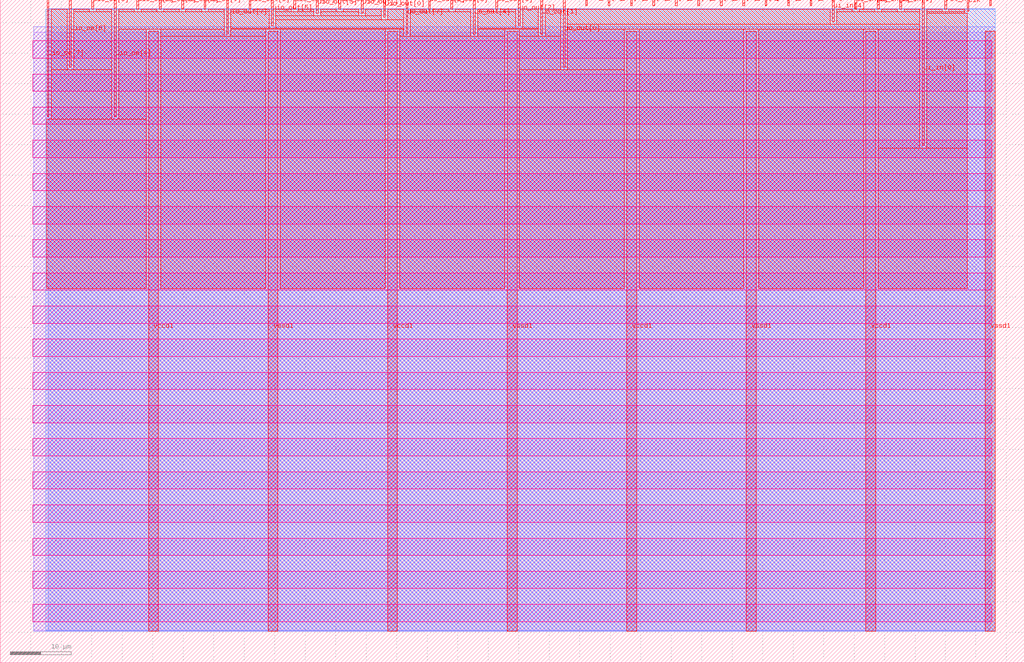
<source format=lef>
VERSION 5.7 ;
  NOWIREEXTENSIONATPIN ON ;
  DIVIDERCHAR "/" ;
  BUSBITCHARS "[]" ;
MACRO tt_um_algofoogle_solo_squash
  CLASS BLOCK ;
  FOREIGN tt_um_algofoogle_solo_squash ;
  ORIGIN 0.000 0.000 ;
  SIZE 167.900 BY 108.800 ;
  PIN clk
    DIRECTION INPUT ;
    USE SIGNAL ;
    PORT
      LAYER met4 ;
        RECT 158.550 106.950 158.850 108.800 ;
    END
  END clk
  PIN ena
    DIRECTION INPUT ;
    USE SIGNAL ;
    PORT
      LAYER met4 ;
        RECT 162.230 107.800 162.530 108.800 ;
    END
  END ena
  PIN rst_n
    DIRECTION INPUT ;
    USE SIGNAL ;
    PORT
      LAYER met4 ;
        RECT 154.870 107.260 155.170 108.800 ;
    END
  END rst_n
  PIN ui_in[0]
    DIRECTION INPUT ;
    USE SIGNAL ;
    PORT
      LAYER met4 ;
        RECT 151.190 84.820 151.490 108.800 ;
    END
  END ui_in[0]
  PIN ui_in[1]
    DIRECTION INPUT ;
    USE SIGNAL ;
    PORT
      LAYER met4 ;
        RECT 147.510 107.260 147.810 108.800 ;
    END
  END ui_in[1]
  PIN ui_in[2]
    DIRECTION INPUT ;
    USE SIGNAL ;
    PORT
      LAYER met4 ;
        RECT 143.830 107.260 144.130 108.800 ;
    END
  END ui_in[2]
  PIN ui_in[3]
    DIRECTION INPUT ;
    USE SIGNAL ;
    PORT
      LAYER met4 ;
        RECT 140.150 107.260 140.450 108.800 ;
    END
  END ui_in[3]
  PIN ui_in[4]
    DIRECTION INPUT ;
    USE SIGNAL ;
    PORT
      LAYER met4 ;
        RECT 136.470 105.220 136.770 108.800 ;
    END
  END ui_in[4]
  PIN ui_in[5]
    DIRECTION INPUT ;
    USE SIGNAL ;
    PORT
      LAYER met4 ;
        RECT 132.790 107.800 133.090 108.800 ;
    END
  END ui_in[5]
  PIN ui_in[6]
    DIRECTION INPUT ;
    USE SIGNAL ;
    PORT
      LAYER met4 ;
        RECT 129.110 107.800 129.410 108.800 ;
    END
  END ui_in[6]
  PIN ui_in[7]
    DIRECTION INPUT ;
    USE SIGNAL ;
    PORT
      LAYER met4 ;
        RECT 125.430 107.800 125.730 108.800 ;
    END
  END ui_in[7]
  PIN uio_in[0]
    DIRECTION INPUT ;
    USE SIGNAL ;
    PORT
      LAYER met4 ;
        RECT 121.750 107.800 122.050 108.800 ;
    END
  END uio_in[0]
  PIN uio_in[1]
    DIRECTION INPUT ;
    USE SIGNAL ;
    PORT
      LAYER met4 ;
        RECT 118.070 107.800 118.370 108.800 ;
    END
  END uio_in[1]
  PIN uio_in[2]
    DIRECTION INPUT ;
    USE SIGNAL ;
    PORT
      LAYER met4 ;
        RECT 114.390 107.800 114.690 108.800 ;
    END
  END uio_in[2]
  PIN uio_in[3]
    DIRECTION INPUT ;
    USE SIGNAL ;
    PORT
      LAYER met4 ;
        RECT 110.710 107.800 111.010 108.800 ;
    END
  END uio_in[3]
  PIN uio_in[4]
    DIRECTION INPUT ;
    USE SIGNAL ;
    PORT
      LAYER met4 ;
        RECT 107.030 107.800 107.330 108.800 ;
    END
  END uio_in[4]
  PIN uio_in[5]
    DIRECTION INPUT ;
    USE SIGNAL ;
    PORT
      LAYER met4 ;
        RECT 103.350 107.800 103.650 108.800 ;
    END
  END uio_in[5]
  PIN uio_in[6]
    DIRECTION INPUT ;
    USE SIGNAL ;
    PORT
      LAYER met4 ;
        RECT 99.670 107.800 99.970 108.800 ;
    END
  END uio_in[6]
  PIN uio_in[7]
    DIRECTION INPUT ;
    USE SIGNAL ;
    PORT
      LAYER met4 ;
        RECT 95.990 107.800 96.290 108.800 ;
    END
  END uio_in[7]
  PIN uio_oe[0]
    DIRECTION OUTPUT TRISTATE ;
    USE SIGNAL ;
    PORT
      LAYER met4 ;
        RECT 33.430 107.260 33.730 108.800 ;
    END
  END uio_oe[0]
  PIN uio_oe[1]
    DIRECTION OUTPUT TRISTATE ;
    USE SIGNAL ;
    PORT
      LAYER met4 ;
        RECT 29.750 107.260 30.050 108.800 ;
    END
  END uio_oe[1]
  PIN uio_oe[2]
    DIRECTION OUTPUT TRISTATE ;
    USE SIGNAL ;
    PORT
      LAYER met4 ;
        RECT 26.070 107.260 26.370 108.800 ;
    END
  END uio_oe[2]
  PIN uio_oe[3]
    DIRECTION OUTPUT TRISTATE ;
    USE SIGNAL ;
    PORT
      LAYER met4 ;
        RECT 22.390 107.260 22.690 108.800 ;
    END
  END uio_oe[3]
  PIN uio_oe[4]
    DIRECTION OUTPUT TRISTATE ;
    USE SIGNAL ;
    PORT
      LAYER met4 ;
        RECT 18.710 89.580 19.010 108.800 ;
    END
  END uio_oe[4]
  PIN uio_oe[5]
    DIRECTION OUTPUT TRISTATE ;
    USE SIGNAL ;
    PORT
      LAYER met4 ;
        RECT 15.030 107.260 15.330 108.800 ;
    END
  END uio_oe[5]
  PIN uio_oe[6]
    DIRECTION OUTPUT TRISTATE ;
    USE SIGNAL ;
    PORT
      LAYER met4 ;
        RECT 11.350 97.740 11.650 108.800 ;
    END
  END uio_oe[6]
  PIN uio_oe[7]
    DIRECTION OUTPUT TRISTATE ;
    USE SIGNAL ;
    PORT
      LAYER met4 ;
        RECT 7.670 89.580 7.970 108.800 ;
    END
  END uio_oe[7]
  PIN uio_out[0]
    DIRECTION OUTPUT TRISTATE ;
    USE SIGNAL ;
    PORT
      LAYER met4 ;
        RECT 62.870 105.900 63.170 108.800 ;
    END
  END uio_out[0]
  PIN uio_out[1]
    DIRECTION OUTPUT TRISTATE ;
    USE SIGNAL ;
    PORT
      LAYER met4 ;
        RECT 59.190 106.580 59.490 108.800 ;
    END
  END uio_out[1]
  PIN uio_out[2]
    DIRECTION OUTPUT TRISTATE ;
    USE SIGNAL ;
    PORT
      LAYER met4 ;
        RECT 55.510 107.260 55.810 108.800 ;
    END
  END uio_out[2]
  PIN uio_out[3]
    DIRECTION OUTPUT TRISTATE ;
    USE SIGNAL ;
    PORT
      LAYER met4 ;
        RECT 51.830 106.580 52.130 108.800 ;
    END
  END uio_out[3]
  PIN uio_out[4]
    DIRECTION OUTPUT TRISTATE ;
    USE SIGNAL ;
    PORT
      LAYER met4 ;
        RECT 48.150 107.260 48.450 108.800 ;
    END
  END uio_out[4]
  PIN uio_out[5]
    DIRECTION OUTPUT TRISTATE ;
    USE SIGNAL ;
    PORT
      LAYER met4 ;
        RECT 44.470 104.540 44.770 108.800 ;
    END
  END uio_out[5]
  PIN uio_out[6]
    DIRECTION OUTPUT TRISTATE ;
    USE SIGNAL ;
    PORT
      LAYER met4 ;
        RECT 40.790 107.260 41.090 108.800 ;
    END
  END uio_out[6]
  PIN uio_out[7]
    DIRECTION OUTPUT TRISTATE ;
    USE SIGNAL ;
    PORT
      LAYER met4 ;
        RECT 37.110 103.180 37.410 108.800 ;
    END
  END uio_out[7]
  PIN uo_out[0]
    DIRECTION OUTPUT TRISTATE ;
    USE SIGNAL ;
    PORT
      LAYER met4 ;
        RECT 92.310 97.740 92.610 108.800 ;
    END
  END uo_out[0]
  PIN uo_out[1]
    DIRECTION OUTPUT TRISTATE ;
    USE SIGNAL ;
    PORT
      LAYER met4 ;
        RECT 88.630 103.180 88.930 108.800 ;
    END
  END uo_out[1]
  PIN uo_out[2]
    DIRECTION OUTPUT TRISTATE ;
    USE SIGNAL ;
    PORT
      LAYER met4 ;
        RECT 84.950 104.540 85.250 108.800 ;
    END
  END uo_out[2]
  PIN uo_out[3]
    DIRECTION OUTPUT TRISTATE ;
    USE SIGNAL ;
    PORT
      LAYER met4 ;
        RECT 81.270 107.260 81.570 108.800 ;
    END
  END uo_out[3]
  PIN uo_out[4]
    DIRECTION OUTPUT TRISTATE ;
    USE SIGNAL ;
    PORT
      LAYER met4 ;
        RECT 77.590 103.180 77.890 108.800 ;
    END
  END uo_out[4]
  PIN uo_out[5]
    DIRECTION OUTPUT TRISTATE ;
    USE SIGNAL ;
    PORT
      LAYER met4 ;
        RECT 73.910 107.260 74.210 108.800 ;
    END
  END uo_out[5]
  PIN uo_out[6]
    DIRECTION OUTPUT TRISTATE ;
    USE SIGNAL ;
    PORT
      LAYER met4 ;
        RECT 70.230 107.260 70.530 108.800 ;
    END
  END uo_out[6]
  PIN uo_out[7]
    DIRECTION OUTPUT TRISTATE ;
    USE SIGNAL ;
    PORT
      LAYER met4 ;
        RECT 66.550 103.180 66.850 108.800 ;
    END
  END uo_out[7]
  PIN vccd1
    DIRECTION INOUT ;
    USE POWER ;
    PORT
      LAYER met4 ;
        RECT 24.325 5.200 25.925 103.600 ;
    END
    PORT
      LAYER met4 ;
        RECT 63.535 5.200 65.135 103.600 ;
    END
    PORT
      LAYER met4 ;
        RECT 102.745 5.200 104.345 103.600 ;
    END
    PORT
      LAYER met4 ;
        RECT 141.955 5.200 143.555 103.600 ;
    END
  END vccd1
  PIN vssd1
    DIRECTION INOUT ;
    USE GROUND ;
    PORT
      LAYER met4 ;
        RECT 43.930 5.200 45.530 103.600 ;
    END
    PORT
      LAYER met4 ;
        RECT 83.140 5.200 84.740 103.600 ;
    END
    PORT
      LAYER met4 ;
        RECT 122.350 5.200 123.950 103.600 ;
    END
    PORT
      LAYER met4 ;
        RECT 161.560 5.200 163.160 103.600 ;
    END
  END vssd1
  OBS
      LAYER nwell ;
        RECT 5.330 99.225 162.570 102.055 ;
        RECT 5.330 93.785 162.570 96.615 ;
        RECT 5.330 88.345 162.570 91.175 ;
        RECT 5.330 82.905 162.570 85.735 ;
        RECT 5.330 77.465 162.570 80.295 ;
        RECT 5.330 72.025 162.570 74.855 ;
        RECT 5.330 66.585 162.570 69.415 ;
        RECT 5.330 61.145 162.570 63.975 ;
        RECT 5.330 55.705 162.570 58.535 ;
        RECT 5.330 50.265 162.570 53.095 ;
        RECT 5.330 44.825 162.570 47.655 ;
        RECT 5.330 39.385 162.570 42.215 ;
        RECT 5.330 33.945 162.570 36.775 ;
        RECT 5.330 28.505 162.570 31.335 ;
        RECT 5.330 23.065 162.570 25.895 ;
        RECT 5.330 17.625 162.570 20.455 ;
        RECT 5.330 12.185 162.570 15.015 ;
        RECT 5.330 6.745 162.570 9.575 ;
      LAYER li1 ;
        RECT 5.520 5.355 162.380 103.445 ;
      LAYER met1 ;
        RECT 5.520 5.200 163.160 104.340 ;
      LAYER met2 ;
        RECT 7.910 5.255 163.130 107.285 ;
      LAYER met3 ;
        RECT 7.430 5.275 163.150 107.265 ;
      LAYER met4 ;
        RECT 8.370 97.340 10.950 107.265 ;
        RECT 12.050 106.860 14.630 107.265 ;
        RECT 15.730 106.860 18.310 107.265 ;
        RECT 12.050 97.340 18.310 106.860 ;
        RECT 8.370 89.180 18.310 97.340 ;
        RECT 19.410 106.860 21.990 107.265 ;
        RECT 23.090 106.860 25.670 107.265 ;
        RECT 26.770 106.860 29.350 107.265 ;
        RECT 30.450 106.860 33.030 107.265 ;
        RECT 34.130 106.860 36.710 107.265 ;
        RECT 19.410 104.000 36.710 106.860 ;
        RECT 19.410 89.180 23.925 104.000 ;
        RECT 7.655 61.375 23.925 89.180 ;
        RECT 26.325 102.780 36.710 104.000 ;
        RECT 37.810 106.860 40.390 107.265 ;
        RECT 41.490 106.860 44.070 107.265 ;
        RECT 37.810 104.140 44.070 106.860 ;
        RECT 45.170 106.860 47.750 107.265 ;
        RECT 48.850 106.860 51.430 107.265 ;
        RECT 45.170 106.180 51.430 106.860 ;
        RECT 52.530 106.860 55.110 107.265 ;
        RECT 56.210 106.860 58.790 107.265 ;
        RECT 52.530 106.180 58.790 106.860 ;
        RECT 59.890 106.180 62.470 107.265 ;
        RECT 45.170 105.500 62.470 106.180 ;
        RECT 63.570 105.500 66.150 107.265 ;
        RECT 45.170 104.140 66.150 105.500 ;
        RECT 37.810 104.000 66.150 104.140 ;
        RECT 37.810 102.780 43.530 104.000 ;
        RECT 26.325 61.375 43.530 102.780 ;
        RECT 45.930 61.375 63.135 104.000 ;
        RECT 65.535 102.780 66.150 104.000 ;
        RECT 67.250 106.860 69.830 107.265 ;
        RECT 70.930 106.860 73.510 107.265 ;
        RECT 74.610 106.860 77.190 107.265 ;
        RECT 67.250 102.780 77.190 106.860 ;
        RECT 78.290 106.860 80.870 107.265 ;
        RECT 81.970 106.860 84.550 107.265 ;
        RECT 78.290 104.140 84.550 106.860 ;
        RECT 85.650 104.140 88.230 107.265 ;
        RECT 78.290 104.000 88.230 104.140 ;
        RECT 78.290 102.780 82.740 104.000 ;
        RECT 65.535 61.375 82.740 102.780 ;
        RECT 85.140 102.780 88.230 104.000 ;
        RECT 89.330 102.780 91.910 107.265 ;
        RECT 85.140 97.340 91.910 102.780 ;
        RECT 93.010 104.820 136.070 107.265 ;
        RECT 137.170 106.860 139.750 107.265 ;
        RECT 140.850 106.860 143.430 107.265 ;
        RECT 144.530 106.860 147.110 107.265 ;
        RECT 148.210 106.860 150.790 107.265 ;
        RECT 137.170 104.820 150.790 106.860 ;
        RECT 93.010 104.000 150.790 104.820 ;
        RECT 93.010 97.340 102.345 104.000 ;
        RECT 85.140 61.375 102.345 97.340 ;
        RECT 104.745 61.375 121.950 104.000 ;
        RECT 124.350 61.375 141.555 104.000 ;
        RECT 143.955 84.420 150.790 104.000 ;
        RECT 151.890 106.860 154.470 107.265 ;
        RECT 155.570 106.860 158.150 107.265 ;
        RECT 151.890 106.550 158.150 106.860 ;
        RECT 151.890 84.420 158.550 106.550 ;
        RECT 143.955 61.375 158.550 84.420 ;
  END
END tt_um_algofoogle_solo_squash
END LIBRARY


</source>
